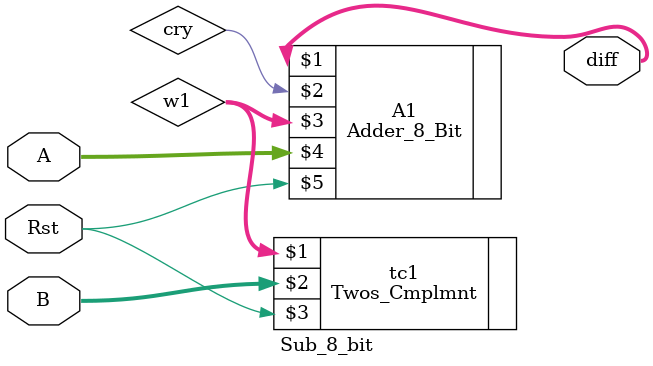
<source format=v>
`timescale 1ns / 1ps
module Sub_8_bit(output [7:0] diff,input [7:0] A,B,input Rst);
wire [7:0] w1;
Twos_Cmplmnt tc1(w1[7:0],B[7:0],Rst);
Adder_8_Bit A1(diff[7:0],cry,w1[7:0],A[7:0],Rst);
endmodule

</source>
